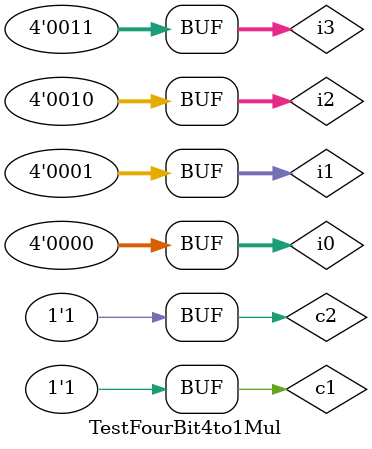
<source format=sv>
`timescale 1ns / 1ps


module TestFourBit4to1Mul();
logic[3:0] i0,i1,i2,i3;
logic c1,c2;
logic[3:0] o;
FourBit4to1Mul dut(i0,i1,i2,i3,c1,c2,o);
    
initial begin

 c1 = 0; c2 = 0; i0 = 4'b0000; i1 = 4'b0001; i2 = 4'b0010; i3 = 4'b0011; #10;
 c1 = 0; c2 = 0; i0 = 4'b0000; i1 = 4'b0001; i2 = 4'b0010; i3 = 4'b0011; #10;
 c1 = 0; c2 = 1; i0 = 4'b0000; i1 = 4'b0001; i2 = 4'b0010; i3 = 4'b0011; #10;
 c1 = 0; c2 = 1; i0 = 4'b0000; i1 = 4'b0001; i2 = 4'b0010; i3 = 4'b0011; #10;
 c1 = 1; c2 = 0; i0 = 4'b0000; i1 = 4'b0001; i2 = 4'b0010; i3 = 4'b0011; #10;
 c1 = 1; c2 = 0; i0 = 4'b0000; i1 = 4'b0001; i2 = 4'b0010; i3 = 4'b0011; #10;
 c1 = 1; c2 = 1; i0 = 4'b0000; i1 = 4'b0001; i2 = 4'b0010; i3 = 4'b0011; #10;
 c1 = 1; c2 = 1; i0 = 4'b0000; i1 = 4'b0001; i2 = 4'b0010; i3 = 4'b0011; #10;
 
end
endmodule


</source>
